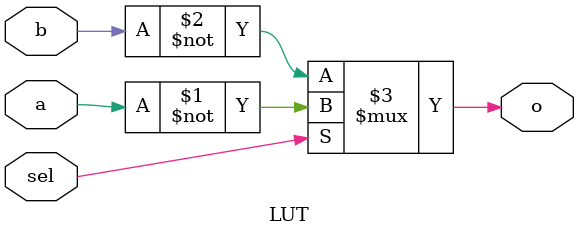
<source format=sv>
`timescale 1ns / 1ps


module LUT(
    input sel,
    input a,
    input b,
    output logic o
    );
    assign o = (sel) ? ~a : ~b;//(cond) ? true : false
endmodule

</source>
